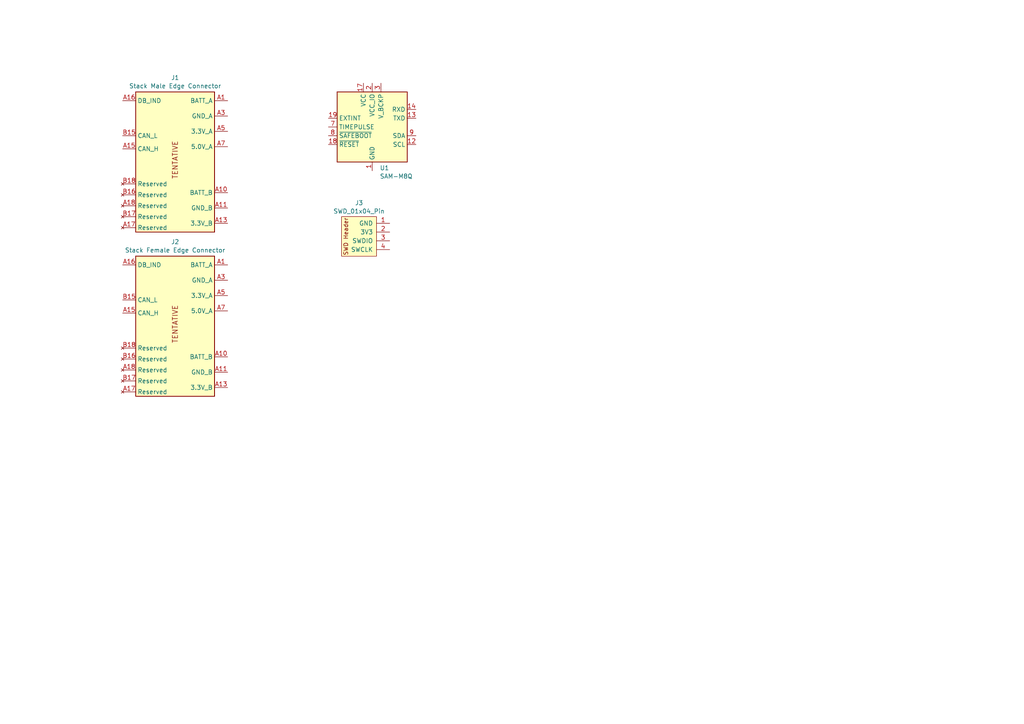
<source format=kicad_sch>
(kicad_sch (version 20230121) (generator eeschema)
  (paper "A4")
  (lib_symbols
    (symbol "EdgeConnector:SWD_01x04_Pin" (pin_names (offset 1.016))
      (property "Reference" "J" (at -5.08 5.715 0))
      (property "Value" "SWD_01x04_Pin" (at 0 -8.255 0))
      (symbol "SWD_01x04_Pin_1_1"
        (rectangle (start -8.89 4.445) (end 1.27 -6.985) (fill (type background)))
        (text "SWD Header" (at -7.62 -1.27 900) (effects (font (size 1.2 1.2))))
        (pin power_in line (at 5.08 2.54 180) (length 3.81) (name "GND") (number "1"))
        (pin power_in line (at 5.08 0 180) (length 3.81) (name "3V3") (number "2"))
        (pin bidirectional line (at 5.08 -2.54 180) (length 3.81) (name "SWDIO") (number "3"))
        (pin input line (at 5.08 -5.08 180) (length 3.81) (name "SWCLK") (number "4"))
      )
    )
    (symbol "EdgeConnector:Stack Male Edge Connector"
      (property "Reference" "J" (at -8.89 22.86 0))
      (property "Value" "Stack Male Edge Connector" (at 6.35 22.86 0))
      (symbol "Stack Male Edge Connector_0_1"
        (rectangle (start -11.43 21.59) (end 11.43 -19.05) (stroke (width 0.254)) (fill (type background)))
      )
      (symbol "Stack Male Edge Connector_1_1"
        (text "TENTATIVE" (at 0 1.905 900) (effects (font (size 1.5 1.5))))
        (pin power_in line (at 15.24 19.05 180) (length 3.81) (name "BATT_A") (number "A1"))
        (pin power_in line (at 15.24 -7.62 180) (length 3.81) (name "BATT_B") (number "A10"))
        (pin power_in line (at 15.24 -12.065 180) (length 3.81) (name "GND_B") (number "A11"))
        (pin passive line (at 15.24 -12.065 180) (length 3.81) hide (name "GND_B") (number "A12"))
        (pin power_in line (at 15.24 -16.51 180) (length 3.81) (name "3.3V_B") (number "A13"))
        (pin passive line (at 15.24 -12.065 180) (length 3.81) hide (name "GND_B") (number "A14"))
        (pin bidirectional line (at -15.24 5.08 0) (length 3.81) (name "CAN_H") (number "A15"))
        (pin output line (at -15.24 19.05 0) (length 3.81) (name "DB_IND") (number "A16"))
        (pin no_connect line (at -15.24 -17.78 0) (length 3.81) (name "Reserved") (number "A17"))
        (pin no_connect line (at -15.24 -11.43 0) (length 3.81) (name "Reserved") (number "A18"))
        (pin passive line (at 15.24 19.05 180) (length 3.81) hide (name "BATT_A") (number "A2"))
        (pin power_in line (at 15.24 14.605 180) (length 3.81) (name "GND_A") (number "A3"))
        (pin passive line (at 15.24 14.605 180) (length 3.81) hide (name "GND_A") (number "A4"))
        (pin power_in line (at 15.24 10.16 180) (length 3.81) (name "3.3V_A") (number "A5"))
        (pin passive line (at 15.24 14.605 180) (length 3.81) hide (name "GND_A") (number "A6"))
        (pin power_in line (at 15.24 5.715 180) (length 3.81) (name "5.0V_A") (number "A7"))
        (pin passive line (at 15.24 14.605 180) (length 3.81) hide (name "GND_A") (number "A8"))
        (pin passive line (at 15.24 -7.62 180) (length 3.81) hide (name "BATT_B") (number "A9"))
        (pin passive line (at 15.24 19.05 180) (length 3.81) hide (name "BATT_A") (number "B1"))
        (pin passive line (at 15.24 -7.62 180) (length 3.81) hide (name "BATT_B") (number "B10"))
        (pin passive line (at 15.24 -12.065 180) (length 3.81) hide (name "GND_B") (number "B11"))
        (pin passive line (at 15.24 -12.065 180) (length 3.81) hide (name "GND_B") (number "B12"))
        (pin passive line (at 15.24 -16.51 180) (length 3.81) hide (name "3.3V_B") (number "B13"))
        (pin passive line (at 15.24 -12.065 180) (length 3.81) hide (name "GND_B") (number "B14"))
        (pin bidirectional line (at -15.24 8.89 0) (length 3.81) (name "CAN_L") (number "B15"))
        (pin no_connect line (at -15.24 -8.255 0) (length 3.81) (name "Reserved") (number "B16"))
        (pin no_connect line (at -15.24 -14.605 0) (length 3.81) (name "Reserved") (number "B17"))
        (pin no_connect line (at -15.24 -5.08 0) (length 3.81) (name "Reserved") (number "B18"))
        (pin passive line (at 15.24 19.05 180) (length 3.81) hide (name "BATT_A") (number "B2"))
        (pin passive line (at 15.24 14.605 180) (length 3.81) hide (name "GND_A") (number "B3"))
        (pin passive line (at 15.24 14.605 180) (length 3.81) hide (name "GND_A") (number "B4"))
        (pin passive line (at 15.24 10.16 180) (length 3.81) hide (name "3.3V_A") (number "B5"))
        (pin passive line (at 15.24 14.605 180) (length 3.81) hide (name "GND_A") (number "B6"))
        (pin passive line (at 15.24 5.715 180) (length 3.81) hide (name "5.0V_A") (number "B7"))
        (pin passive line (at 15.24 14.605 180) (length 3.81) hide (name "GND_A") (number "B8"))
        (pin passive line (at 15.24 -7.62 180) (length 3.81) hide (name "BATT_B") (number "B9"))
      )
    )
    (symbol "RF_GPS:SAM-M8Q"
      (property "Reference" "U" (at -8.89 11.43 0))
      (property "Value" "SAM-M8Q" (at 8.89 11.43 0))
      (symbol "SAM-M8Q_0_1"
        (rectangle (start -10.16 10.16) (end 10.16 -10.16) (stroke (width 0.254)) (fill (type background)))
      )
      (symbol "SAM-M8Q_1_1"
        (pin power_in line (at 0 -12.7 90) (length 2.54) (name "GND") (number "1"))
        (pin passive line (at 0 -12.7 90) (length 2.54) hide (name "GND") (number "10"))
        (pin passive line (at 0 -12.7 90) (length 2.54) hide (name "GND") (number "11"))
        (pin input line (at 12.7 -5.08 180) (length 2.54) (name "SCL") (number "12"))
        (pin output line (at 12.7 2.54 180) (length 2.54) (name "TXD") (number "13"))
        (pin input line (at 12.7 5.08 180) (length 2.54) (name "RXD") (number "14"))
        (pin passive line (at 0 -12.7 90) (length 2.54) hide (name "GND") (number "15"))
        (pin passive line (at 0 -12.7 90) (length 2.54) hide (name "GND") (number "16"))
        (pin power_in line (at -2.54 12.7 270) (length 2.54) (name "VCC") (number "17"))
        (pin input line (at -12.7 -5.08 0) (length 2.54) (name "~{RESET}") (number "18"))
        (pin input line (at -12.7 2.54 0) (length 2.54) (name "EXTINT") (number "19"))
        (pin power_in line (at 0 12.7 270) (length 2.54) (name "VCC_IO") (number "2"))
        (pin passive line (at 0 -12.7 90) (length 2.54) hide (name "GND") (number "20"))
        (pin power_in line (at 2.54 12.7 270) (length 2.54) (name "V_BCKP") (number "3"))
        (pin passive line (at 0 -12.7 90) (length 2.54) hide (name "GND") (number "4"))
        (pin passive line (at 0 -12.7 90) (length 2.54) hide (name "GND") (number "5"))
        (pin passive line (at 0 -12.7 90) (length 2.54) hide (name "GND") (number "6"))
        (pin output line (at -12.7 0 0) (length 2.54) (name "TIMEPULSE") (number "7"))
        (pin input line (at -12.7 -2.54 0) (length 2.54) (name "~{SAFEBOOT}") (number "8"))
        (pin bidirectional line (at 12.7 -2.54 180) (length 2.54) (name "SDA") (number "9"))
      )
    )
    (symbol "Stack Female Edge Connector_1"
      (property "Reference" "J" (at -8.89 22.86 0))
      (property "Value" "Stack Female Edge Connector" (at 6.35 22.86 0))
      (symbol "Stack Female Edge Connector_1_0_1"
        (rectangle (start -11.43 21.59) (end 11.43 -19.05) (stroke (width 0.254)) (fill (type background)))
      )
      (symbol "Stack Female Edge Connector_1_1_1"
        (text "TENTATIVE" (at 0 1.905 900) (effects (font (size 1.5 1.5))))
        (pin power_in line (at 15.24 19.05 180) (length 3.81) (name "BATT_A") (number "A1"))
        (pin power_in line (at 15.24 -7.62 180) (length 3.81) (name "BATT_B") (number "A10"))
        (pin power_in line (at 15.24 -12.065 180) (length 3.81) (name "GND_B") (number "A11"))
        (pin passive line (at 15.24 -12.065 180) (length 3.81) hide (name "GND_B") (number "A12"))
        (pin power_in line (at 15.24 -16.51 180) (length 3.81) (name "3.3V_B") (number "A13"))
        (pin passive line (at 15.24 -12.065 180) (length 3.81) hide (name "GND_B") (number "A14"))
        (pin bidirectional line (at -15.24 5.08 0) (length 3.81) (name "CAN_H") (number "A15"))
        (pin output line (at -15.24 19.05 0) (length 3.81) (name "DB_IND") (number "A16"))
        (pin no_connect line (at -15.24 -17.78 0) (length 3.81) (name "Reserved") (number "A17"))
        (pin no_connect line (at -15.24 -11.43 0) (length 3.81) (name "Reserved") (number "A18"))
        (pin passive line (at 15.24 19.05 180) (length 3.81) hide (name "BATT_A") (number "A2"))
        (pin power_in line (at 15.24 14.605 180) (length 3.81) (name "GND_A") (number "A3"))
        (pin passive line (at 15.24 14.605 180) (length 3.81) hide (name "GND_A") (number "A4"))
        (pin power_in line (at 15.24 10.16 180) (length 3.81) (name "3.3V_A") (number "A5"))
        (pin passive line (at 15.24 14.605 180) (length 3.81) hide (name "GND_A") (number "A6"))
        (pin power_in line (at 15.24 5.715 180) (length 3.81) (name "5.0V_A") (number "A7"))
        (pin passive line (at 15.24 14.605 180) (length 3.81) hide (name "GND_A") (number "A8"))
        (pin passive line (at 15.24 -7.62 180) (length 3.81) hide (name "BATT_B") (number "A9"))
        (pin passive line (at 15.24 19.05 180) (length 3.81) hide (name "BATT_A") (number "B1"))
        (pin passive line (at 15.24 -7.62 180) (length 3.81) hide (name "BATT_B") (number "B10"))
        (pin passive line (at 15.24 -12.065 180) (length 3.81) hide (name "GND_B") (number "B11"))
        (pin passive line (at 15.24 -12.065 180) (length 3.81) hide (name "GND_B") (number "B12"))
        (pin passive line (at 15.24 -16.51 180) (length 3.81) hide (name "3.3V_B") (number "B13"))
        (pin passive line (at 15.24 -12.065 180) (length 3.81) hide (name "GND_B") (number "B14"))
        (pin bidirectional line (at -15.24 8.89 0) (length 3.81) (name "CAN_L") (number "B15"))
        (pin no_connect line (at -15.24 -8.255 0) (length 3.81) (name "Reserved") (number "B16"))
        (pin no_connect line (at -15.24 -14.605 0) (length 3.81) (name "Reserved") (number "B17"))
        (pin no_connect line (at -15.24 -5.08 0) (length 3.81) (name "Reserved") (number "B18"))
        (pin passive line (at 15.24 19.05 180) (length 3.81) hide (name "BATT_A") (number "B2"))
        (pin passive line (at 15.24 14.605 180) (length 3.81) hide (name "GND_A") (number "B3"))
        (pin passive line (at 15.24 14.605 180) (length 3.81) hide (name "GND_A") (number "B4"))
        (pin passive line (at 15.24 10.16 180) (length 3.81) hide (name "3.3V_A") (number "B5"))
        (pin passive line (at 15.24 14.605 180) (length 3.81) hide (name "GND_A") (number "B6"))
        (pin passive line (at 15.24 5.715 180) (length 3.81) hide (name "5.0V_A") (number "B7"))
        (pin passive line (at 15.24 14.605 180) (length 3.81) hide (name "GND_A") (number "B8"))
        (pin passive line (at 15.24 -7.62 180) (length 3.81) hide (name "BATT_B") (number "B9"))
      )
    )
  )
  (symbol (lib_id "EdgeConnector:Stack Male Edge Connector") (at 50.8 48.26 0) (unit 1)
    (property "Reference" "J1" (at 50.8 22.5257 0))
    (property "Value" "Stack Male Edge Connector" (at 50.8 24.9499 0))
    (property "Footprint" "Connector_PCBEdge:BUS_PCIexpress_x1" (effects hide))
  )
  (symbol (lib_name "Stack Female Edge Connector_1") (lib_id "EdgeConnector:Stack Female Edge Connector") (at 50.8 95.885 0) (unit 1)
    (property "Reference" "J2" (at 50.8 70.1507 0))
    (property "Value" "Stack Female Edge Connector" (at 50.8 72.5749 0))
    (property "Footprint" "footprints:AMPHENOL_10018784-10210TLF" (effects hide))
  )
  (symbol (lib_id "EdgeConnector:SWD_01x04_Pin") (at 107.95 67.31 0) (unit 1)
    (property "Reference" "J3" (at 104.14 58.8477 0))
    (property "Value" "SWD_01x04_Pin" (at 104.14 61.2719 0))
    (property "Footprint" "SWD_Header:SWD_PinHeader_1x04_P2.54mm_Horizontal" (effects hide))
  )
  (symbol (lib_id "RF_GPS:SAM-M8Q") (at 107.95 36.83 0) (unit 1)
    (property "Reference" "U1" (at 110.1441 48.7101 0) (effects (justify left)))
    (property "Value" "SAM-M8Q" (at 110.1441 51.1343 0) (effects (justify left)))
    (property "Footprint" "RF_GPS:ublox_SAM-M8Q_HandSolder" (effects hide))
    (property "Datasheet" "https://www.u-blox.com/sites/default/files/SAM-M8Q_DataSheet_%28UBX-16012619%29.pdf" (effects hide))
  )
)
</source>
